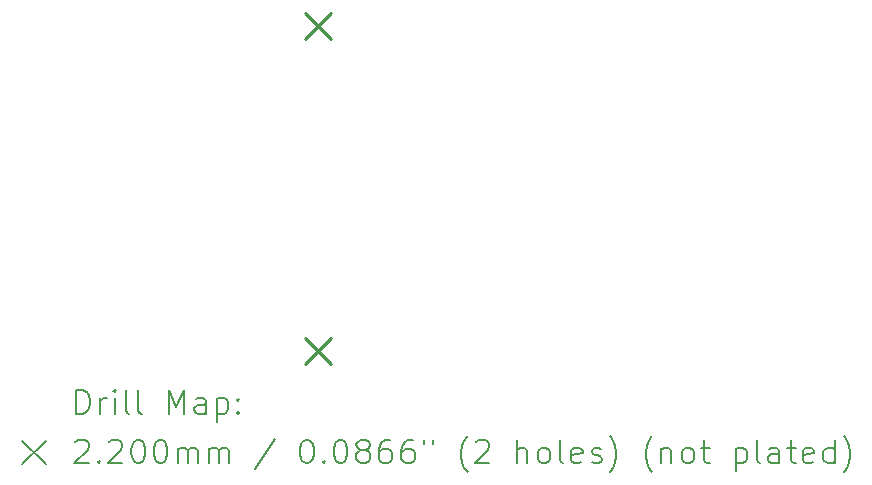
<source format=gbr>
%TF.GenerationSoftware,KiCad,Pcbnew,7.0.5*%
%TF.CreationDate,2024-03-20T17:02:27+08:00*%
%TF.ProjectId,mcu,6d63752e-6b69-4636-9164-5f7063625858,rev?*%
%TF.SameCoordinates,Original*%
%TF.FileFunction,Drillmap*%
%TF.FilePolarity,Positive*%
%FSLAX45Y45*%
G04 Gerber Fmt 4.5, Leading zero omitted, Abs format (unit mm)*
G04 Created by KiCad (PCBNEW 7.0.5) date 2024-03-20 17:02:27*
%MOMM*%
%LPD*%
G01*
G04 APERTURE LIST*
%ADD10C,0.200000*%
%ADD11C,0.220000*%
G04 APERTURE END LIST*
D10*
D11*
X14797500Y-4307080D02*
X15017500Y-4527080D01*
X15017500Y-4307080D02*
X14797500Y-4527080D01*
X14797500Y-7062680D02*
X15017500Y-7282680D01*
X15017500Y-7062680D02*
X14797500Y-7282680D01*
D10*
X12863277Y-7700204D02*
X12863277Y-7500204D01*
X12863277Y-7500204D02*
X12910896Y-7500204D01*
X12910896Y-7500204D02*
X12939467Y-7509728D01*
X12939467Y-7509728D02*
X12958515Y-7528775D01*
X12958515Y-7528775D02*
X12968039Y-7547823D01*
X12968039Y-7547823D02*
X12977562Y-7585918D01*
X12977562Y-7585918D02*
X12977562Y-7614489D01*
X12977562Y-7614489D02*
X12968039Y-7652585D01*
X12968039Y-7652585D02*
X12958515Y-7671632D01*
X12958515Y-7671632D02*
X12939467Y-7690680D01*
X12939467Y-7690680D02*
X12910896Y-7700204D01*
X12910896Y-7700204D02*
X12863277Y-7700204D01*
X13063277Y-7700204D02*
X13063277Y-7566870D01*
X13063277Y-7604966D02*
X13072801Y-7585918D01*
X13072801Y-7585918D02*
X13082324Y-7576394D01*
X13082324Y-7576394D02*
X13101372Y-7566870D01*
X13101372Y-7566870D02*
X13120420Y-7566870D01*
X13187086Y-7700204D02*
X13187086Y-7566870D01*
X13187086Y-7500204D02*
X13177562Y-7509728D01*
X13177562Y-7509728D02*
X13187086Y-7519251D01*
X13187086Y-7519251D02*
X13196610Y-7509728D01*
X13196610Y-7509728D02*
X13187086Y-7500204D01*
X13187086Y-7500204D02*
X13187086Y-7519251D01*
X13310896Y-7700204D02*
X13291848Y-7690680D01*
X13291848Y-7690680D02*
X13282324Y-7671632D01*
X13282324Y-7671632D02*
X13282324Y-7500204D01*
X13415658Y-7700204D02*
X13396610Y-7690680D01*
X13396610Y-7690680D02*
X13387086Y-7671632D01*
X13387086Y-7671632D02*
X13387086Y-7500204D01*
X13644229Y-7700204D02*
X13644229Y-7500204D01*
X13644229Y-7500204D02*
X13710896Y-7643061D01*
X13710896Y-7643061D02*
X13777562Y-7500204D01*
X13777562Y-7500204D02*
X13777562Y-7700204D01*
X13958515Y-7700204D02*
X13958515Y-7595442D01*
X13958515Y-7595442D02*
X13948991Y-7576394D01*
X13948991Y-7576394D02*
X13929943Y-7566870D01*
X13929943Y-7566870D02*
X13891848Y-7566870D01*
X13891848Y-7566870D02*
X13872801Y-7576394D01*
X13958515Y-7690680D02*
X13939467Y-7700204D01*
X13939467Y-7700204D02*
X13891848Y-7700204D01*
X13891848Y-7700204D02*
X13872801Y-7690680D01*
X13872801Y-7690680D02*
X13863277Y-7671632D01*
X13863277Y-7671632D02*
X13863277Y-7652585D01*
X13863277Y-7652585D02*
X13872801Y-7633537D01*
X13872801Y-7633537D02*
X13891848Y-7624013D01*
X13891848Y-7624013D02*
X13939467Y-7624013D01*
X13939467Y-7624013D02*
X13958515Y-7614489D01*
X14053753Y-7566870D02*
X14053753Y-7766870D01*
X14053753Y-7576394D02*
X14072801Y-7566870D01*
X14072801Y-7566870D02*
X14110896Y-7566870D01*
X14110896Y-7566870D02*
X14129943Y-7576394D01*
X14129943Y-7576394D02*
X14139467Y-7585918D01*
X14139467Y-7585918D02*
X14148991Y-7604966D01*
X14148991Y-7604966D02*
X14148991Y-7662108D01*
X14148991Y-7662108D02*
X14139467Y-7681156D01*
X14139467Y-7681156D02*
X14129943Y-7690680D01*
X14129943Y-7690680D02*
X14110896Y-7700204D01*
X14110896Y-7700204D02*
X14072801Y-7700204D01*
X14072801Y-7700204D02*
X14053753Y-7690680D01*
X14234705Y-7681156D02*
X14244229Y-7690680D01*
X14244229Y-7690680D02*
X14234705Y-7700204D01*
X14234705Y-7700204D02*
X14225182Y-7690680D01*
X14225182Y-7690680D02*
X14234705Y-7681156D01*
X14234705Y-7681156D02*
X14234705Y-7700204D01*
X14234705Y-7576394D02*
X14244229Y-7585918D01*
X14244229Y-7585918D02*
X14234705Y-7595442D01*
X14234705Y-7595442D02*
X14225182Y-7585918D01*
X14225182Y-7585918D02*
X14234705Y-7576394D01*
X14234705Y-7576394D02*
X14234705Y-7595442D01*
X12402500Y-7928720D02*
X12602500Y-8128720D01*
X12602500Y-7928720D02*
X12402500Y-8128720D01*
X12853753Y-7939251D02*
X12863277Y-7929728D01*
X12863277Y-7929728D02*
X12882324Y-7920204D01*
X12882324Y-7920204D02*
X12929943Y-7920204D01*
X12929943Y-7920204D02*
X12948991Y-7929728D01*
X12948991Y-7929728D02*
X12958515Y-7939251D01*
X12958515Y-7939251D02*
X12968039Y-7958299D01*
X12968039Y-7958299D02*
X12968039Y-7977347D01*
X12968039Y-7977347D02*
X12958515Y-8005918D01*
X12958515Y-8005918D02*
X12844229Y-8120204D01*
X12844229Y-8120204D02*
X12968039Y-8120204D01*
X13053753Y-8101156D02*
X13063277Y-8110680D01*
X13063277Y-8110680D02*
X13053753Y-8120204D01*
X13053753Y-8120204D02*
X13044229Y-8110680D01*
X13044229Y-8110680D02*
X13053753Y-8101156D01*
X13053753Y-8101156D02*
X13053753Y-8120204D01*
X13139467Y-7939251D02*
X13148991Y-7929728D01*
X13148991Y-7929728D02*
X13168039Y-7920204D01*
X13168039Y-7920204D02*
X13215658Y-7920204D01*
X13215658Y-7920204D02*
X13234705Y-7929728D01*
X13234705Y-7929728D02*
X13244229Y-7939251D01*
X13244229Y-7939251D02*
X13253753Y-7958299D01*
X13253753Y-7958299D02*
X13253753Y-7977347D01*
X13253753Y-7977347D02*
X13244229Y-8005918D01*
X13244229Y-8005918D02*
X13129943Y-8120204D01*
X13129943Y-8120204D02*
X13253753Y-8120204D01*
X13377562Y-7920204D02*
X13396610Y-7920204D01*
X13396610Y-7920204D02*
X13415658Y-7929728D01*
X13415658Y-7929728D02*
X13425182Y-7939251D01*
X13425182Y-7939251D02*
X13434705Y-7958299D01*
X13434705Y-7958299D02*
X13444229Y-7996394D01*
X13444229Y-7996394D02*
X13444229Y-8044013D01*
X13444229Y-8044013D02*
X13434705Y-8082108D01*
X13434705Y-8082108D02*
X13425182Y-8101156D01*
X13425182Y-8101156D02*
X13415658Y-8110680D01*
X13415658Y-8110680D02*
X13396610Y-8120204D01*
X13396610Y-8120204D02*
X13377562Y-8120204D01*
X13377562Y-8120204D02*
X13358515Y-8110680D01*
X13358515Y-8110680D02*
X13348991Y-8101156D01*
X13348991Y-8101156D02*
X13339467Y-8082108D01*
X13339467Y-8082108D02*
X13329943Y-8044013D01*
X13329943Y-8044013D02*
X13329943Y-7996394D01*
X13329943Y-7996394D02*
X13339467Y-7958299D01*
X13339467Y-7958299D02*
X13348991Y-7939251D01*
X13348991Y-7939251D02*
X13358515Y-7929728D01*
X13358515Y-7929728D02*
X13377562Y-7920204D01*
X13568039Y-7920204D02*
X13587086Y-7920204D01*
X13587086Y-7920204D02*
X13606134Y-7929728D01*
X13606134Y-7929728D02*
X13615658Y-7939251D01*
X13615658Y-7939251D02*
X13625182Y-7958299D01*
X13625182Y-7958299D02*
X13634705Y-7996394D01*
X13634705Y-7996394D02*
X13634705Y-8044013D01*
X13634705Y-8044013D02*
X13625182Y-8082108D01*
X13625182Y-8082108D02*
X13615658Y-8101156D01*
X13615658Y-8101156D02*
X13606134Y-8110680D01*
X13606134Y-8110680D02*
X13587086Y-8120204D01*
X13587086Y-8120204D02*
X13568039Y-8120204D01*
X13568039Y-8120204D02*
X13548991Y-8110680D01*
X13548991Y-8110680D02*
X13539467Y-8101156D01*
X13539467Y-8101156D02*
X13529943Y-8082108D01*
X13529943Y-8082108D02*
X13520420Y-8044013D01*
X13520420Y-8044013D02*
X13520420Y-7996394D01*
X13520420Y-7996394D02*
X13529943Y-7958299D01*
X13529943Y-7958299D02*
X13539467Y-7939251D01*
X13539467Y-7939251D02*
X13548991Y-7929728D01*
X13548991Y-7929728D02*
X13568039Y-7920204D01*
X13720420Y-8120204D02*
X13720420Y-7986870D01*
X13720420Y-8005918D02*
X13729943Y-7996394D01*
X13729943Y-7996394D02*
X13748991Y-7986870D01*
X13748991Y-7986870D02*
X13777563Y-7986870D01*
X13777563Y-7986870D02*
X13796610Y-7996394D01*
X13796610Y-7996394D02*
X13806134Y-8015442D01*
X13806134Y-8015442D02*
X13806134Y-8120204D01*
X13806134Y-8015442D02*
X13815658Y-7996394D01*
X13815658Y-7996394D02*
X13834705Y-7986870D01*
X13834705Y-7986870D02*
X13863277Y-7986870D01*
X13863277Y-7986870D02*
X13882324Y-7996394D01*
X13882324Y-7996394D02*
X13891848Y-8015442D01*
X13891848Y-8015442D02*
X13891848Y-8120204D01*
X13987086Y-8120204D02*
X13987086Y-7986870D01*
X13987086Y-8005918D02*
X13996610Y-7996394D01*
X13996610Y-7996394D02*
X14015658Y-7986870D01*
X14015658Y-7986870D02*
X14044229Y-7986870D01*
X14044229Y-7986870D02*
X14063277Y-7996394D01*
X14063277Y-7996394D02*
X14072801Y-8015442D01*
X14072801Y-8015442D02*
X14072801Y-8120204D01*
X14072801Y-8015442D02*
X14082324Y-7996394D01*
X14082324Y-7996394D02*
X14101372Y-7986870D01*
X14101372Y-7986870D02*
X14129943Y-7986870D01*
X14129943Y-7986870D02*
X14148991Y-7996394D01*
X14148991Y-7996394D02*
X14158515Y-8015442D01*
X14158515Y-8015442D02*
X14158515Y-8120204D01*
X14548991Y-7910680D02*
X14377563Y-8167823D01*
X14806134Y-7920204D02*
X14825182Y-7920204D01*
X14825182Y-7920204D02*
X14844229Y-7929728D01*
X14844229Y-7929728D02*
X14853753Y-7939251D01*
X14853753Y-7939251D02*
X14863277Y-7958299D01*
X14863277Y-7958299D02*
X14872801Y-7996394D01*
X14872801Y-7996394D02*
X14872801Y-8044013D01*
X14872801Y-8044013D02*
X14863277Y-8082108D01*
X14863277Y-8082108D02*
X14853753Y-8101156D01*
X14853753Y-8101156D02*
X14844229Y-8110680D01*
X14844229Y-8110680D02*
X14825182Y-8120204D01*
X14825182Y-8120204D02*
X14806134Y-8120204D01*
X14806134Y-8120204D02*
X14787086Y-8110680D01*
X14787086Y-8110680D02*
X14777563Y-8101156D01*
X14777563Y-8101156D02*
X14768039Y-8082108D01*
X14768039Y-8082108D02*
X14758515Y-8044013D01*
X14758515Y-8044013D02*
X14758515Y-7996394D01*
X14758515Y-7996394D02*
X14768039Y-7958299D01*
X14768039Y-7958299D02*
X14777563Y-7939251D01*
X14777563Y-7939251D02*
X14787086Y-7929728D01*
X14787086Y-7929728D02*
X14806134Y-7920204D01*
X14958515Y-8101156D02*
X14968039Y-8110680D01*
X14968039Y-8110680D02*
X14958515Y-8120204D01*
X14958515Y-8120204D02*
X14948991Y-8110680D01*
X14948991Y-8110680D02*
X14958515Y-8101156D01*
X14958515Y-8101156D02*
X14958515Y-8120204D01*
X15091848Y-7920204D02*
X15110896Y-7920204D01*
X15110896Y-7920204D02*
X15129944Y-7929728D01*
X15129944Y-7929728D02*
X15139467Y-7939251D01*
X15139467Y-7939251D02*
X15148991Y-7958299D01*
X15148991Y-7958299D02*
X15158515Y-7996394D01*
X15158515Y-7996394D02*
X15158515Y-8044013D01*
X15158515Y-8044013D02*
X15148991Y-8082108D01*
X15148991Y-8082108D02*
X15139467Y-8101156D01*
X15139467Y-8101156D02*
X15129944Y-8110680D01*
X15129944Y-8110680D02*
X15110896Y-8120204D01*
X15110896Y-8120204D02*
X15091848Y-8120204D01*
X15091848Y-8120204D02*
X15072801Y-8110680D01*
X15072801Y-8110680D02*
X15063277Y-8101156D01*
X15063277Y-8101156D02*
X15053753Y-8082108D01*
X15053753Y-8082108D02*
X15044229Y-8044013D01*
X15044229Y-8044013D02*
X15044229Y-7996394D01*
X15044229Y-7996394D02*
X15053753Y-7958299D01*
X15053753Y-7958299D02*
X15063277Y-7939251D01*
X15063277Y-7939251D02*
X15072801Y-7929728D01*
X15072801Y-7929728D02*
X15091848Y-7920204D01*
X15272801Y-8005918D02*
X15253753Y-7996394D01*
X15253753Y-7996394D02*
X15244229Y-7986870D01*
X15244229Y-7986870D02*
X15234706Y-7967823D01*
X15234706Y-7967823D02*
X15234706Y-7958299D01*
X15234706Y-7958299D02*
X15244229Y-7939251D01*
X15244229Y-7939251D02*
X15253753Y-7929728D01*
X15253753Y-7929728D02*
X15272801Y-7920204D01*
X15272801Y-7920204D02*
X15310896Y-7920204D01*
X15310896Y-7920204D02*
X15329944Y-7929728D01*
X15329944Y-7929728D02*
X15339467Y-7939251D01*
X15339467Y-7939251D02*
X15348991Y-7958299D01*
X15348991Y-7958299D02*
X15348991Y-7967823D01*
X15348991Y-7967823D02*
X15339467Y-7986870D01*
X15339467Y-7986870D02*
X15329944Y-7996394D01*
X15329944Y-7996394D02*
X15310896Y-8005918D01*
X15310896Y-8005918D02*
X15272801Y-8005918D01*
X15272801Y-8005918D02*
X15253753Y-8015442D01*
X15253753Y-8015442D02*
X15244229Y-8024966D01*
X15244229Y-8024966D02*
X15234706Y-8044013D01*
X15234706Y-8044013D02*
X15234706Y-8082108D01*
X15234706Y-8082108D02*
X15244229Y-8101156D01*
X15244229Y-8101156D02*
X15253753Y-8110680D01*
X15253753Y-8110680D02*
X15272801Y-8120204D01*
X15272801Y-8120204D02*
X15310896Y-8120204D01*
X15310896Y-8120204D02*
X15329944Y-8110680D01*
X15329944Y-8110680D02*
X15339467Y-8101156D01*
X15339467Y-8101156D02*
X15348991Y-8082108D01*
X15348991Y-8082108D02*
X15348991Y-8044013D01*
X15348991Y-8044013D02*
X15339467Y-8024966D01*
X15339467Y-8024966D02*
X15329944Y-8015442D01*
X15329944Y-8015442D02*
X15310896Y-8005918D01*
X15520420Y-7920204D02*
X15482325Y-7920204D01*
X15482325Y-7920204D02*
X15463277Y-7929728D01*
X15463277Y-7929728D02*
X15453753Y-7939251D01*
X15453753Y-7939251D02*
X15434706Y-7967823D01*
X15434706Y-7967823D02*
X15425182Y-8005918D01*
X15425182Y-8005918D02*
X15425182Y-8082108D01*
X15425182Y-8082108D02*
X15434706Y-8101156D01*
X15434706Y-8101156D02*
X15444229Y-8110680D01*
X15444229Y-8110680D02*
X15463277Y-8120204D01*
X15463277Y-8120204D02*
X15501372Y-8120204D01*
X15501372Y-8120204D02*
X15520420Y-8110680D01*
X15520420Y-8110680D02*
X15529944Y-8101156D01*
X15529944Y-8101156D02*
X15539467Y-8082108D01*
X15539467Y-8082108D02*
X15539467Y-8034489D01*
X15539467Y-8034489D02*
X15529944Y-8015442D01*
X15529944Y-8015442D02*
X15520420Y-8005918D01*
X15520420Y-8005918D02*
X15501372Y-7996394D01*
X15501372Y-7996394D02*
X15463277Y-7996394D01*
X15463277Y-7996394D02*
X15444229Y-8005918D01*
X15444229Y-8005918D02*
X15434706Y-8015442D01*
X15434706Y-8015442D02*
X15425182Y-8034489D01*
X15710896Y-7920204D02*
X15672801Y-7920204D01*
X15672801Y-7920204D02*
X15653753Y-7929728D01*
X15653753Y-7929728D02*
X15644229Y-7939251D01*
X15644229Y-7939251D02*
X15625182Y-7967823D01*
X15625182Y-7967823D02*
X15615658Y-8005918D01*
X15615658Y-8005918D02*
X15615658Y-8082108D01*
X15615658Y-8082108D02*
X15625182Y-8101156D01*
X15625182Y-8101156D02*
X15634706Y-8110680D01*
X15634706Y-8110680D02*
X15653753Y-8120204D01*
X15653753Y-8120204D02*
X15691848Y-8120204D01*
X15691848Y-8120204D02*
X15710896Y-8110680D01*
X15710896Y-8110680D02*
X15720420Y-8101156D01*
X15720420Y-8101156D02*
X15729944Y-8082108D01*
X15729944Y-8082108D02*
X15729944Y-8034489D01*
X15729944Y-8034489D02*
X15720420Y-8015442D01*
X15720420Y-8015442D02*
X15710896Y-8005918D01*
X15710896Y-8005918D02*
X15691848Y-7996394D01*
X15691848Y-7996394D02*
X15653753Y-7996394D01*
X15653753Y-7996394D02*
X15634706Y-8005918D01*
X15634706Y-8005918D02*
X15625182Y-8015442D01*
X15625182Y-8015442D02*
X15615658Y-8034489D01*
X15806134Y-7920204D02*
X15806134Y-7958299D01*
X15882325Y-7920204D02*
X15882325Y-7958299D01*
X16177563Y-8196394D02*
X16168039Y-8186870D01*
X16168039Y-8186870D02*
X16148991Y-8158299D01*
X16148991Y-8158299D02*
X16139468Y-8139251D01*
X16139468Y-8139251D02*
X16129944Y-8110680D01*
X16129944Y-8110680D02*
X16120420Y-8063061D01*
X16120420Y-8063061D02*
X16120420Y-8024966D01*
X16120420Y-8024966D02*
X16129944Y-7977347D01*
X16129944Y-7977347D02*
X16139468Y-7948775D01*
X16139468Y-7948775D02*
X16148991Y-7929728D01*
X16148991Y-7929728D02*
X16168039Y-7901156D01*
X16168039Y-7901156D02*
X16177563Y-7891632D01*
X16244229Y-7939251D02*
X16253753Y-7929728D01*
X16253753Y-7929728D02*
X16272801Y-7920204D01*
X16272801Y-7920204D02*
X16320420Y-7920204D01*
X16320420Y-7920204D02*
X16339468Y-7929728D01*
X16339468Y-7929728D02*
X16348991Y-7939251D01*
X16348991Y-7939251D02*
X16358515Y-7958299D01*
X16358515Y-7958299D02*
X16358515Y-7977347D01*
X16358515Y-7977347D02*
X16348991Y-8005918D01*
X16348991Y-8005918D02*
X16234706Y-8120204D01*
X16234706Y-8120204D02*
X16358515Y-8120204D01*
X16596610Y-8120204D02*
X16596610Y-7920204D01*
X16682325Y-8120204D02*
X16682325Y-8015442D01*
X16682325Y-8015442D02*
X16672801Y-7996394D01*
X16672801Y-7996394D02*
X16653753Y-7986870D01*
X16653753Y-7986870D02*
X16625182Y-7986870D01*
X16625182Y-7986870D02*
X16606134Y-7996394D01*
X16606134Y-7996394D02*
X16596610Y-8005918D01*
X16806134Y-8120204D02*
X16787087Y-8110680D01*
X16787087Y-8110680D02*
X16777563Y-8101156D01*
X16777563Y-8101156D02*
X16768039Y-8082108D01*
X16768039Y-8082108D02*
X16768039Y-8024966D01*
X16768039Y-8024966D02*
X16777563Y-8005918D01*
X16777563Y-8005918D02*
X16787087Y-7996394D01*
X16787087Y-7996394D02*
X16806134Y-7986870D01*
X16806134Y-7986870D02*
X16834706Y-7986870D01*
X16834706Y-7986870D02*
X16853753Y-7996394D01*
X16853753Y-7996394D02*
X16863277Y-8005918D01*
X16863277Y-8005918D02*
X16872801Y-8024966D01*
X16872801Y-8024966D02*
X16872801Y-8082108D01*
X16872801Y-8082108D02*
X16863277Y-8101156D01*
X16863277Y-8101156D02*
X16853753Y-8110680D01*
X16853753Y-8110680D02*
X16834706Y-8120204D01*
X16834706Y-8120204D02*
X16806134Y-8120204D01*
X16987087Y-8120204D02*
X16968039Y-8110680D01*
X16968039Y-8110680D02*
X16958515Y-8091632D01*
X16958515Y-8091632D02*
X16958515Y-7920204D01*
X17139468Y-8110680D02*
X17120420Y-8120204D01*
X17120420Y-8120204D02*
X17082325Y-8120204D01*
X17082325Y-8120204D02*
X17063277Y-8110680D01*
X17063277Y-8110680D02*
X17053753Y-8091632D01*
X17053753Y-8091632D02*
X17053753Y-8015442D01*
X17053753Y-8015442D02*
X17063277Y-7996394D01*
X17063277Y-7996394D02*
X17082325Y-7986870D01*
X17082325Y-7986870D02*
X17120420Y-7986870D01*
X17120420Y-7986870D02*
X17139468Y-7996394D01*
X17139468Y-7996394D02*
X17148992Y-8015442D01*
X17148992Y-8015442D02*
X17148992Y-8034489D01*
X17148992Y-8034489D02*
X17053753Y-8053537D01*
X17225182Y-8110680D02*
X17244230Y-8120204D01*
X17244230Y-8120204D02*
X17282325Y-8120204D01*
X17282325Y-8120204D02*
X17301373Y-8110680D01*
X17301373Y-8110680D02*
X17310896Y-8091632D01*
X17310896Y-8091632D02*
X17310896Y-8082108D01*
X17310896Y-8082108D02*
X17301373Y-8063061D01*
X17301373Y-8063061D02*
X17282325Y-8053537D01*
X17282325Y-8053537D02*
X17253753Y-8053537D01*
X17253753Y-8053537D02*
X17234706Y-8044013D01*
X17234706Y-8044013D02*
X17225182Y-8024966D01*
X17225182Y-8024966D02*
X17225182Y-8015442D01*
X17225182Y-8015442D02*
X17234706Y-7996394D01*
X17234706Y-7996394D02*
X17253753Y-7986870D01*
X17253753Y-7986870D02*
X17282325Y-7986870D01*
X17282325Y-7986870D02*
X17301373Y-7996394D01*
X17377563Y-8196394D02*
X17387087Y-8186870D01*
X17387087Y-8186870D02*
X17406134Y-8158299D01*
X17406134Y-8158299D02*
X17415658Y-8139251D01*
X17415658Y-8139251D02*
X17425182Y-8110680D01*
X17425182Y-8110680D02*
X17434706Y-8063061D01*
X17434706Y-8063061D02*
X17434706Y-8024966D01*
X17434706Y-8024966D02*
X17425182Y-7977347D01*
X17425182Y-7977347D02*
X17415658Y-7948775D01*
X17415658Y-7948775D02*
X17406134Y-7929728D01*
X17406134Y-7929728D02*
X17387087Y-7901156D01*
X17387087Y-7901156D02*
X17377563Y-7891632D01*
X17739468Y-8196394D02*
X17729944Y-8186870D01*
X17729944Y-8186870D02*
X17710896Y-8158299D01*
X17710896Y-8158299D02*
X17701373Y-8139251D01*
X17701373Y-8139251D02*
X17691849Y-8110680D01*
X17691849Y-8110680D02*
X17682325Y-8063061D01*
X17682325Y-8063061D02*
X17682325Y-8024966D01*
X17682325Y-8024966D02*
X17691849Y-7977347D01*
X17691849Y-7977347D02*
X17701373Y-7948775D01*
X17701373Y-7948775D02*
X17710896Y-7929728D01*
X17710896Y-7929728D02*
X17729944Y-7901156D01*
X17729944Y-7901156D02*
X17739468Y-7891632D01*
X17815658Y-7986870D02*
X17815658Y-8120204D01*
X17815658Y-8005918D02*
X17825182Y-7996394D01*
X17825182Y-7996394D02*
X17844230Y-7986870D01*
X17844230Y-7986870D02*
X17872801Y-7986870D01*
X17872801Y-7986870D02*
X17891849Y-7996394D01*
X17891849Y-7996394D02*
X17901373Y-8015442D01*
X17901373Y-8015442D02*
X17901373Y-8120204D01*
X18025182Y-8120204D02*
X18006134Y-8110680D01*
X18006134Y-8110680D02*
X17996611Y-8101156D01*
X17996611Y-8101156D02*
X17987087Y-8082108D01*
X17987087Y-8082108D02*
X17987087Y-8024966D01*
X17987087Y-8024966D02*
X17996611Y-8005918D01*
X17996611Y-8005918D02*
X18006134Y-7996394D01*
X18006134Y-7996394D02*
X18025182Y-7986870D01*
X18025182Y-7986870D02*
X18053754Y-7986870D01*
X18053754Y-7986870D02*
X18072801Y-7996394D01*
X18072801Y-7996394D02*
X18082325Y-8005918D01*
X18082325Y-8005918D02*
X18091849Y-8024966D01*
X18091849Y-8024966D02*
X18091849Y-8082108D01*
X18091849Y-8082108D02*
X18082325Y-8101156D01*
X18082325Y-8101156D02*
X18072801Y-8110680D01*
X18072801Y-8110680D02*
X18053754Y-8120204D01*
X18053754Y-8120204D02*
X18025182Y-8120204D01*
X18148992Y-7986870D02*
X18225182Y-7986870D01*
X18177563Y-7920204D02*
X18177563Y-8091632D01*
X18177563Y-8091632D02*
X18187087Y-8110680D01*
X18187087Y-8110680D02*
X18206134Y-8120204D01*
X18206134Y-8120204D02*
X18225182Y-8120204D01*
X18444230Y-7986870D02*
X18444230Y-8186870D01*
X18444230Y-7996394D02*
X18463277Y-7986870D01*
X18463277Y-7986870D02*
X18501373Y-7986870D01*
X18501373Y-7986870D02*
X18520420Y-7996394D01*
X18520420Y-7996394D02*
X18529944Y-8005918D01*
X18529944Y-8005918D02*
X18539468Y-8024966D01*
X18539468Y-8024966D02*
X18539468Y-8082108D01*
X18539468Y-8082108D02*
X18529944Y-8101156D01*
X18529944Y-8101156D02*
X18520420Y-8110680D01*
X18520420Y-8110680D02*
X18501373Y-8120204D01*
X18501373Y-8120204D02*
X18463277Y-8120204D01*
X18463277Y-8120204D02*
X18444230Y-8110680D01*
X18653754Y-8120204D02*
X18634706Y-8110680D01*
X18634706Y-8110680D02*
X18625182Y-8091632D01*
X18625182Y-8091632D02*
X18625182Y-7920204D01*
X18815658Y-8120204D02*
X18815658Y-8015442D01*
X18815658Y-8015442D02*
X18806135Y-7996394D01*
X18806135Y-7996394D02*
X18787087Y-7986870D01*
X18787087Y-7986870D02*
X18748992Y-7986870D01*
X18748992Y-7986870D02*
X18729944Y-7996394D01*
X18815658Y-8110680D02*
X18796611Y-8120204D01*
X18796611Y-8120204D02*
X18748992Y-8120204D01*
X18748992Y-8120204D02*
X18729944Y-8110680D01*
X18729944Y-8110680D02*
X18720420Y-8091632D01*
X18720420Y-8091632D02*
X18720420Y-8072585D01*
X18720420Y-8072585D02*
X18729944Y-8053537D01*
X18729944Y-8053537D02*
X18748992Y-8044013D01*
X18748992Y-8044013D02*
X18796611Y-8044013D01*
X18796611Y-8044013D02*
X18815658Y-8034489D01*
X18882325Y-7986870D02*
X18958515Y-7986870D01*
X18910896Y-7920204D02*
X18910896Y-8091632D01*
X18910896Y-8091632D02*
X18920420Y-8110680D01*
X18920420Y-8110680D02*
X18939468Y-8120204D01*
X18939468Y-8120204D02*
X18958515Y-8120204D01*
X19101373Y-8110680D02*
X19082325Y-8120204D01*
X19082325Y-8120204D02*
X19044230Y-8120204D01*
X19044230Y-8120204D02*
X19025182Y-8110680D01*
X19025182Y-8110680D02*
X19015658Y-8091632D01*
X19015658Y-8091632D02*
X19015658Y-8015442D01*
X19015658Y-8015442D02*
X19025182Y-7996394D01*
X19025182Y-7996394D02*
X19044230Y-7986870D01*
X19044230Y-7986870D02*
X19082325Y-7986870D01*
X19082325Y-7986870D02*
X19101373Y-7996394D01*
X19101373Y-7996394D02*
X19110896Y-8015442D01*
X19110896Y-8015442D02*
X19110896Y-8034489D01*
X19110896Y-8034489D02*
X19015658Y-8053537D01*
X19282325Y-8120204D02*
X19282325Y-7920204D01*
X19282325Y-8110680D02*
X19263277Y-8120204D01*
X19263277Y-8120204D02*
X19225182Y-8120204D01*
X19225182Y-8120204D02*
X19206135Y-8110680D01*
X19206135Y-8110680D02*
X19196611Y-8101156D01*
X19196611Y-8101156D02*
X19187087Y-8082108D01*
X19187087Y-8082108D02*
X19187087Y-8024966D01*
X19187087Y-8024966D02*
X19196611Y-8005918D01*
X19196611Y-8005918D02*
X19206135Y-7996394D01*
X19206135Y-7996394D02*
X19225182Y-7986870D01*
X19225182Y-7986870D02*
X19263277Y-7986870D01*
X19263277Y-7986870D02*
X19282325Y-7996394D01*
X19358516Y-8196394D02*
X19368039Y-8186870D01*
X19368039Y-8186870D02*
X19387087Y-8158299D01*
X19387087Y-8158299D02*
X19396611Y-8139251D01*
X19396611Y-8139251D02*
X19406135Y-8110680D01*
X19406135Y-8110680D02*
X19415658Y-8063061D01*
X19415658Y-8063061D02*
X19415658Y-8024966D01*
X19415658Y-8024966D02*
X19406135Y-7977347D01*
X19406135Y-7977347D02*
X19396611Y-7948775D01*
X19396611Y-7948775D02*
X19387087Y-7929728D01*
X19387087Y-7929728D02*
X19368039Y-7901156D01*
X19368039Y-7901156D02*
X19358516Y-7891632D01*
M02*

</source>
